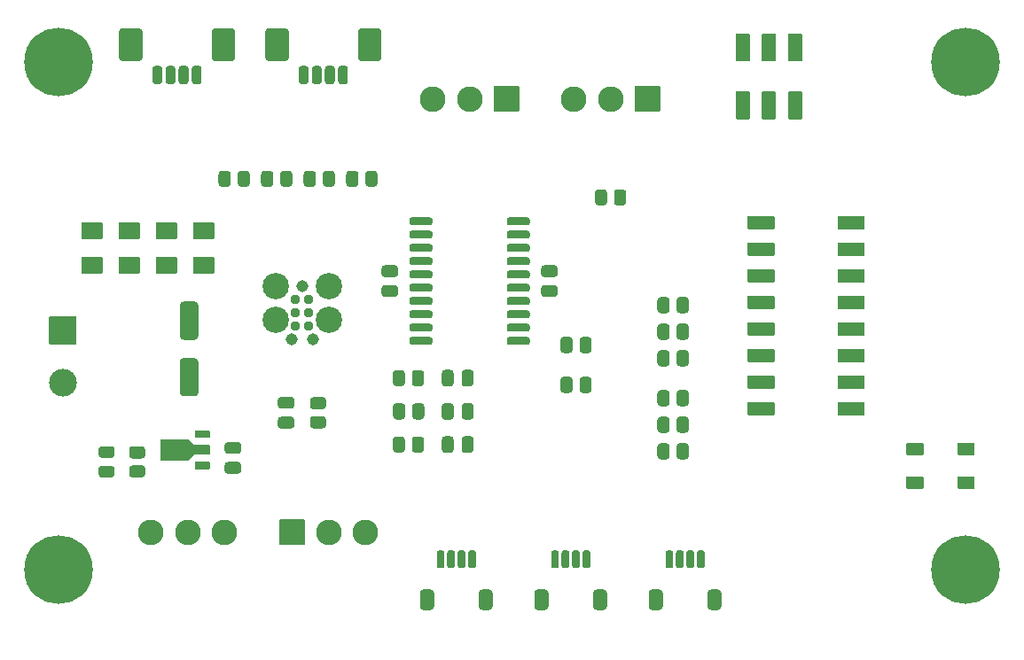
<source format=gts>
G04 #@! TF.GenerationSoftware,KiCad,Pcbnew,6.0.10-86aedd382b~118~ubuntu18.04.1*
G04 #@! TF.CreationDate,2024-08-26T14:20:04-06:00*
G04 #@! TF.ProjectId,ckt-iiab,636b742d-6969-4616-922e-6b696361645f,rev?*
G04 #@! TF.SameCoordinates,Original*
G04 #@! TF.FileFunction,Soldermask,Top*
G04 #@! TF.FilePolarity,Negative*
%FSLAX46Y46*%
G04 Gerber Fmt 4.6, Leading zero omitted, Abs format (unit mm)*
G04 Created by KiCad (PCBNEW 6.0.10-86aedd382b~118~ubuntu18.04.1) date 2024-08-26 14:20:04*
%MOMM*%
%LPD*%
G01*
G04 APERTURE LIST*
%ADD10C,2.452400*%
%ADD11C,6.552400*%
%ADD12C,2.527300*%
%ADD13C,1.143000*%
%ADD14C,0.939800*%
%ADD15C,2.652400*%
G04 APERTURE END LIST*
G36*
G01*
X101760000Y-106169800D02*
X102710000Y-106169800D01*
G75*
G02*
X103036200Y-106496000I0J-326200D01*
G01*
X103036200Y-106996000D01*
G75*
G02*
X102710000Y-107322200I-326200J0D01*
G01*
X101760000Y-107322200D01*
G75*
G02*
X101433800Y-106996000I0J326200D01*
G01*
X101433800Y-106496000D01*
G75*
G02*
X101760000Y-106169800I326200J0D01*
G01*
G37*
G36*
G01*
X101760000Y-108069800D02*
X102710000Y-108069800D01*
G75*
G02*
X103036200Y-108396000I0J-326200D01*
G01*
X103036200Y-108896000D01*
G75*
G02*
X102710000Y-109222200I-326200J0D01*
G01*
X101760000Y-109222200D01*
G75*
G02*
X101433800Y-108896000I0J326200D01*
G01*
X101433800Y-108396000D01*
G75*
G02*
X101760000Y-108069800I326200J0D01*
G01*
G37*
G36*
G01*
X138458800Y-122323000D02*
X138458800Y-121073000D01*
G75*
G02*
X138685000Y-120846800I226200J0D01*
G01*
X138985000Y-120846800D01*
G75*
G02*
X139211200Y-121073000I0J-226200D01*
G01*
X139211200Y-122323000D01*
G75*
G02*
X138985000Y-122549200I-226200J0D01*
G01*
X138685000Y-122549200D01*
G75*
G02*
X138458800Y-122323000I0J226200D01*
G01*
G37*
G36*
G01*
X139458800Y-122323000D02*
X139458800Y-121073000D01*
G75*
G02*
X139685000Y-120846800I226200J0D01*
G01*
X139985000Y-120846800D01*
G75*
G02*
X140211200Y-121073000I0J-226200D01*
G01*
X140211200Y-122323000D01*
G75*
G02*
X139985000Y-122549200I-226200J0D01*
G01*
X139685000Y-122549200D01*
G75*
G02*
X139458800Y-122323000I0J226200D01*
G01*
G37*
G36*
G01*
X140458800Y-122323000D02*
X140458800Y-121073000D01*
G75*
G02*
X140685000Y-120846800I226200J0D01*
G01*
X140985000Y-120846800D01*
G75*
G02*
X141211200Y-121073000I0J-226200D01*
G01*
X141211200Y-122323000D01*
G75*
G02*
X140985000Y-122549200I-226200J0D01*
G01*
X140685000Y-122549200D01*
G75*
G02*
X140458800Y-122323000I0J226200D01*
G01*
G37*
G36*
G01*
X141458800Y-122323000D02*
X141458800Y-121073000D01*
G75*
G02*
X141685000Y-120846800I226200J0D01*
G01*
X141985000Y-120846800D01*
G75*
G02*
X142211200Y-121073000I0J-226200D01*
G01*
X142211200Y-122323000D01*
G75*
G02*
X141985000Y-122549200I-226200J0D01*
G01*
X141685000Y-122549200D01*
G75*
G02*
X141458800Y-122323000I0J226200D01*
G01*
G37*
G36*
G01*
X142458800Y-126223000D02*
X142458800Y-124923000D01*
G75*
G02*
X142785000Y-124596800I326200J0D01*
G01*
X143485000Y-124596800D01*
G75*
G02*
X143811200Y-124923000I0J-326200D01*
G01*
X143811200Y-126223000D01*
G75*
G02*
X143485000Y-126549200I-326200J0D01*
G01*
X142785000Y-126549200D01*
G75*
G02*
X142458800Y-126223000I0J326200D01*
G01*
G37*
G36*
G01*
X136858800Y-126223000D02*
X136858800Y-124923000D01*
G75*
G02*
X137185000Y-124596800I326200J0D01*
G01*
X137885000Y-124596800D01*
G75*
G02*
X138211200Y-124923000I0J-326200D01*
G01*
X138211200Y-126223000D01*
G75*
G02*
X137885000Y-126549200I-326200J0D01*
G01*
X137185000Y-126549200D01*
G75*
G02*
X136858800Y-126223000I0J326200D01*
G01*
G37*
G36*
G01*
X140693200Y-99499000D02*
X140693200Y-100399000D01*
G75*
G02*
X140367000Y-100725200I-326200J0D01*
G01*
X139842000Y-100725200D01*
G75*
G02*
X139515800Y-100399000I0J326200D01*
G01*
X139515800Y-99499000D01*
G75*
G02*
X139842000Y-99172800I326200J0D01*
G01*
X140367000Y-99172800D01*
G75*
G02*
X140693200Y-99499000I0J-326200D01*
G01*
G37*
G36*
G01*
X138868200Y-99499000D02*
X138868200Y-100399000D01*
G75*
G02*
X138542000Y-100725200I-326200J0D01*
G01*
X138017000Y-100725200D01*
G75*
G02*
X137690800Y-100399000I0J326200D01*
G01*
X137690800Y-99499000D01*
G75*
G02*
X138017000Y-99172800I326200J0D01*
G01*
X138542000Y-99172800D01*
G75*
G02*
X138868200Y-99499000I0J-326200D01*
G01*
G37*
G36*
G01*
X98783200Y-84894000D02*
X98783200Y-85794000D01*
G75*
G02*
X98457000Y-86120200I-326200J0D01*
G01*
X97932000Y-86120200D01*
G75*
G02*
X97605800Y-85794000I0J326200D01*
G01*
X97605800Y-84894000D01*
G75*
G02*
X97932000Y-84567800I326200J0D01*
G01*
X98457000Y-84567800D01*
G75*
G02*
X98783200Y-84894000I0J-326200D01*
G01*
G37*
G36*
G01*
X96958200Y-84894000D02*
X96958200Y-85794000D01*
G75*
G02*
X96632000Y-86120200I-326200J0D01*
G01*
X96107000Y-86120200D01*
G75*
G02*
X95780800Y-85794000I0J326200D01*
G01*
X95780800Y-84894000D01*
G75*
G02*
X96107000Y-84567800I326200J0D01*
G01*
X96632000Y-84567800D01*
G75*
G02*
X96958200Y-84894000I0J-326200D01*
G01*
G37*
G36*
G01*
X124487200Y-76574000D02*
X124487200Y-78874000D01*
G75*
G02*
X124411000Y-78950200I-76200J0D01*
G01*
X122111000Y-78950200D01*
G75*
G02*
X122034800Y-78874000I0J76200D01*
G01*
X122034800Y-76574000D01*
G75*
G02*
X122111000Y-76497800I76200J0D01*
G01*
X124411000Y-76497800D01*
G75*
G02*
X124487200Y-76574000I0J-76200D01*
G01*
G37*
D10*
X119761000Y-77724000D03*
X116261000Y-77724000D03*
G36*
G01*
X117091800Y-111219000D02*
X117091800Y-110269000D01*
G75*
G02*
X117418000Y-109942800I326200J0D01*
G01*
X117918000Y-109942800D01*
G75*
G02*
X118244200Y-110269000I0J-326200D01*
G01*
X118244200Y-111219000D01*
G75*
G02*
X117918000Y-111545200I-326200J0D01*
G01*
X117418000Y-111545200D01*
G75*
G02*
X117091800Y-111219000I0J326200D01*
G01*
G37*
G36*
G01*
X118991800Y-111219000D02*
X118991800Y-110269000D01*
G75*
G02*
X119318000Y-109942800I326200J0D01*
G01*
X119818000Y-109942800D01*
G75*
G02*
X120144200Y-110269000I0J-326200D01*
G01*
X120144200Y-111219000D01*
G75*
G02*
X119818000Y-111545200I-326200J0D01*
G01*
X119318000Y-111545200D01*
G75*
G02*
X118991800Y-111219000I0J326200D01*
G01*
G37*
D11*
X167132000Y-122682000D03*
G36*
G01*
X104833000Y-106194800D02*
X105733000Y-106194800D01*
G75*
G02*
X106059200Y-106521000I0J-326200D01*
G01*
X106059200Y-107046000D01*
G75*
G02*
X105733000Y-107372200I-326200J0D01*
G01*
X104833000Y-107372200D01*
G75*
G02*
X104506800Y-107046000I0J326200D01*
G01*
X104506800Y-106521000D01*
G75*
G02*
X104833000Y-106194800I326200J0D01*
G01*
G37*
G36*
G01*
X104833000Y-108019800D02*
X105733000Y-108019800D01*
G75*
G02*
X106059200Y-108346000I0J-326200D01*
G01*
X106059200Y-108871000D01*
G75*
G02*
X105733000Y-109197200I-326200J0D01*
G01*
X104833000Y-109197200D01*
G75*
G02*
X104506800Y-108871000I0J326200D01*
G01*
X104506800Y-108346000D01*
G75*
G02*
X104833000Y-108019800I326200J0D01*
G01*
G37*
G36*
G01*
X115443700Y-107119000D02*
X115443700Y-108019000D01*
G75*
G02*
X115117500Y-108345200I-326200J0D01*
G01*
X114592500Y-108345200D01*
G75*
G02*
X114266300Y-108019000I0J326200D01*
G01*
X114266300Y-107119000D01*
G75*
G02*
X114592500Y-106792800I326200J0D01*
G01*
X115117500Y-106792800D01*
G75*
G02*
X115443700Y-107119000I0J-326200D01*
G01*
G37*
G36*
G01*
X113618700Y-107119000D02*
X113618700Y-108019000D01*
G75*
G02*
X113292500Y-108345200I-326200J0D01*
G01*
X112767500Y-108345200D01*
G75*
G02*
X112441300Y-108019000I0J326200D01*
G01*
X112441300Y-107119000D01*
G75*
G02*
X112767500Y-106792800I326200J0D01*
G01*
X113292500Y-106792800D01*
G75*
G02*
X113618700Y-107119000I0J-326200D01*
G01*
G37*
X167132000Y-74168000D03*
G36*
G01*
X106911200Y-84894000D02*
X106911200Y-85794000D01*
G75*
G02*
X106585000Y-86120200I-326200J0D01*
G01*
X106060000Y-86120200D01*
G75*
G02*
X105733800Y-85794000I0J326200D01*
G01*
X105733800Y-84894000D01*
G75*
G02*
X106060000Y-84567800I326200J0D01*
G01*
X106585000Y-84567800D01*
G75*
G02*
X106911200Y-84894000I0J-326200D01*
G01*
G37*
G36*
G01*
X105086200Y-84894000D02*
X105086200Y-85794000D01*
G75*
G02*
X104760000Y-86120200I-326200J0D01*
G01*
X104235000Y-86120200D01*
G75*
G02*
X103908800Y-85794000I0J326200D01*
G01*
X103908800Y-84894000D01*
G75*
G02*
X104235000Y-84567800I326200J0D01*
G01*
X104760000Y-84567800D01*
G75*
G02*
X105086200Y-84894000I0J-326200D01*
G01*
G37*
G36*
G01*
X88199000Y-94374200D02*
X86299000Y-94374200D01*
G75*
G02*
X86222800Y-94298000I0J76200D01*
G01*
X86222800Y-92898000D01*
G75*
G02*
X86299000Y-92821800I76200J0D01*
G01*
X88199000Y-92821800D01*
G75*
G02*
X88275200Y-92898000I0J-76200D01*
G01*
X88275200Y-94298000D01*
G75*
G02*
X88199000Y-94374200I-76200J0D01*
G01*
G37*
G36*
G01*
X88199000Y-91074200D02*
X86299000Y-91074200D01*
G75*
G02*
X86222800Y-90998000I0J76200D01*
G01*
X86222800Y-89598000D01*
G75*
G02*
X86299000Y-89521800I76200J0D01*
G01*
X88199000Y-89521800D01*
G75*
G02*
X88275200Y-89598000I0J-76200D01*
G01*
X88275200Y-90998000D01*
G75*
G02*
X88199000Y-91074200I-76200J0D01*
G01*
G37*
G36*
G01*
X140693200Y-102039000D02*
X140693200Y-102939000D01*
G75*
G02*
X140367000Y-103265200I-326200J0D01*
G01*
X139842000Y-103265200D01*
G75*
G02*
X139515800Y-102939000I0J326200D01*
G01*
X139515800Y-102039000D01*
G75*
G02*
X139842000Y-101712800I326200J0D01*
G01*
X140367000Y-101712800D01*
G75*
G02*
X140693200Y-102039000I0J-326200D01*
G01*
G37*
G36*
G01*
X138868200Y-102039000D02*
X138868200Y-102939000D01*
G75*
G02*
X138542000Y-103265200I-326200J0D01*
G01*
X138017000Y-103265200D01*
G75*
G02*
X137690800Y-102939000I0J326200D01*
G01*
X137690800Y-102039000D01*
G75*
G02*
X138017000Y-101712800I326200J0D01*
G01*
X138542000Y-101712800D01*
G75*
G02*
X138868200Y-102039000I0J-326200D01*
G01*
G37*
G36*
G01*
X127856000Y-96649200D02*
X126906000Y-96649200D01*
G75*
G02*
X126579800Y-96323000I0J326200D01*
G01*
X126579800Y-95823000D01*
G75*
G02*
X126906000Y-95496800I326200J0D01*
G01*
X127856000Y-95496800D01*
G75*
G02*
X128182200Y-95823000I0J-326200D01*
G01*
X128182200Y-96323000D01*
G75*
G02*
X127856000Y-96649200I-326200J0D01*
G01*
G37*
G36*
G01*
X127856000Y-94749200D02*
X126906000Y-94749200D01*
G75*
G02*
X126579800Y-94423000I0J326200D01*
G01*
X126579800Y-93923000D01*
G75*
G02*
X126906000Y-93596800I326200J0D01*
G01*
X127856000Y-93596800D01*
G75*
G02*
X128182200Y-93923000I0J-326200D01*
G01*
X128182200Y-94423000D01*
G75*
G02*
X127856000Y-94749200I-326200J0D01*
G01*
G37*
G36*
G01*
X93514000Y-106126200D02*
X92414000Y-106126200D01*
G75*
G02*
X92087800Y-105800000I0J326200D01*
G01*
X92087800Y-102800000D01*
G75*
G02*
X92414000Y-102473800I326200J0D01*
G01*
X93514000Y-102473800D01*
G75*
G02*
X93840200Y-102800000I0J-326200D01*
G01*
X93840200Y-105800000D01*
G75*
G02*
X93514000Y-106126200I-326200J0D01*
G01*
G37*
G36*
G01*
X93514000Y-100726200D02*
X92414000Y-100726200D01*
G75*
G02*
X92087800Y-100400000I0J326200D01*
G01*
X92087800Y-97400000D01*
G75*
G02*
X92414000Y-97073800I326200J0D01*
G01*
X93514000Y-97073800D01*
G75*
G02*
X93840200Y-97400000I0J-326200D01*
G01*
X93840200Y-100400000D01*
G75*
G02*
X93514000Y-100726200I-326200J0D01*
G01*
G37*
G36*
G01*
X131422200Y-100769000D02*
X131422200Y-101669000D01*
G75*
G02*
X131096000Y-101995200I-326200J0D01*
G01*
X130571000Y-101995200D01*
G75*
G02*
X130244800Y-101669000I0J326200D01*
G01*
X130244800Y-100769000D01*
G75*
G02*
X130571000Y-100442800I326200J0D01*
G01*
X131096000Y-100442800D01*
G75*
G02*
X131422200Y-100769000I0J-326200D01*
G01*
G37*
G36*
G01*
X129597200Y-100769000D02*
X129597200Y-101669000D01*
G75*
G02*
X129271000Y-101995200I-326200J0D01*
G01*
X128746000Y-101995200D01*
G75*
G02*
X128419800Y-101669000I0J326200D01*
G01*
X128419800Y-100769000D01*
G75*
G02*
X128746000Y-100442800I326200J0D01*
G01*
X129271000Y-100442800D01*
G75*
G02*
X129597200Y-100769000I0J-326200D01*
G01*
G37*
G36*
G01*
X116614800Y-122323000D02*
X116614800Y-121073000D01*
G75*
G02*
X116841000Y-120846800I226200J0D01*
G01*
X117141000Y-120846800D01*
G75*
G02*
X117367200Y-121073000I0J-226200D01*
G01*
X117367200Y-122323000D01*
G75*
G02*
X117141000Y-122549200I-226200J0D01*
G01*
X116841000Y-122549200D01*
G75*
G02*
X116614800Y-122323000I0J226200D01*
G01*
G37*
G36*
G01*
X117614800Y-122323000D02*
X117614800Y-121073000D01*
G75*
G02*
X117841000Y-120846800I226200J0D01*
G01*
X118141000Y-120846800D01*
G75*
G02*
X118367200Y-121073000I0J-226200D01*
G01*
X118367200Y-122323000D01*
G75*
G02*
X118141000Y-122549200I-226200J0D01*
G01*
X117841000Y-122549200D01*
G75*
G02*
X117614800Y-122323000I0J226200D01*
G01*
G37*
G36*
G01*
X118614800Y-122323000D02*
X118614800Y-121073000D01*
G75*
G02*
X118841000Y-120846800I226200J0D01*
G01*
X119141000Y-120846800D01*
G75*
G02*
X119367200Y-121073000I0J-226200D01*
G01*
X119367200Y-122323000D01*
G75*
G02*
X119141000Y-122549200I-226200J0D01*
G01*
X118841000Y-122549200D01*
G75*
G02*
X118614800Y-122323000I0J226200D01*
G01*
G37*
G36*
G01*
X119614800Y-122323000D02*
X119614800Y-121073000D01*
G75*
G02*
X119841000Y-120846800I226200J0D01*
G01*
X120141000Y-120846800D01*
G75*
G02*
X120367200Y-121073000I0J-226200D01*
G01*
X120367200Y-122323000D01*
G75*
G02*
X120141000Y-122549200I-226200J0D01*
G01*
X119841000Y-122549200D01*
G75*
G02*
X119614800Y-122323000I0J226200D01*
G01*
G37*
G36*
G01*
X115014800Y-126223000D02*
X115014800Y-124923000D01*
G75*
G02*
X115341000Y-124596800I326200J0D01*
G01*
X116041000Y-124596800D01*
G75*
G02*
X116367200Y-124923000I0J-326200D01*
G01*
X116367200Y-126223000D01*
G75*
G02*
X116041000Y-126549200I-326200J0D01*
G01*
X115341000Y-126549200D01*
G75*
G02*
X115014800Y-126223000I0J326200D01*
G01*
G37*
G36*
G01*
X120614800Y-126223000D02*
X120614800Y-124923000D01*
G75*
G02*
X120941000Y-124596800I326200J0D01*
G01*
X121641000Y-124596800D01*
G75*
G02*
X121967200Y-124923000I0J-326200D01*
G01*
X121967200Y-126223000D01*
G75*
G02*
X121641000Y-126549200I-326200J0D01*
G01*
X120941000Y-126549200D01*
G75*
G02*
X120614800Y-126223000I0J326200D01*
G01*
G37*
G36*
G01*
X134724200Y-86672000D02*
X134724200Y-87572000D01*
G75*
G02*
X134398000Y-87898200I-326200J0D01*
G01*
X133873000Y-87898200D01*
G75*
G02*
X133546800Y-87572000I0J326200D01*
G01*
X133546800Y-86672000D01*
G75*
G02*
X133873000Y-86345800I326200J0D01*
G01*
X134398000Y-86345800D01*
G75*
G02*
X134724200Y-86672000I0J-326200D01*
G01*
G37*
G36*
G01*
X132899200Y-86672000D02*
X132899200Y-87572000D01*
G75*
G02*
X132573000Y-87898200I-326200J0D01*
G01*
X132048000Y-87898200D01*
G75*
G02*
X131721800Y-87572000I0J326200D01*
G01*
X131721800Y-86672000D01*
G75*
G02*
X132048000Y-86345800I326200J0D01*
G01*
X132573000Y-86345800D01*
G75*
G02*
X132899200Y-86672000I0J-326200D01*
G01*
G37*
G36*
G01*
X115420200Y-103944000D02*
X115420200Y-104844000D01*
G75*
G02*
X115094000Y-105170200I-326200J0D01*
G01*
X114569000Y-105170200D01*
G75*
G02*
X114242800Y-104844000I0J326200D01*
G01*
X114242800Y-103944000D01*
G75*
G02*
X114569000Y-103617800I326200J0D01*
G01*
X115094000Y-103617800D01*
G75*
G02*
X115420200Y-103944000I0J-326200D01*
G01*
G37*
G36*
G01*
X113595200Y-103944000D02*
X113595200Y-104844000D01*
G75*
G02*
X113269000Y-105170200I-326200J0D01*
G01*
X112744000Y-105170200D01*
G75*
G02*
X112417800Y-104844000I0J326200D01*
G01*
X112417800Y-103944000D01*
G75*
G02*
X112744000Y-103617800I326200J0D01*
G01*
X113269000Y-103617800D01*
G75*
G02*
X113595200Y-103944000I0J-326200D01*
G01*
G37*
X80518000Y-122682000D03*
G36*
G01*
X110975200Y-84894000D02*
X110975200Y-85794000D01*
G75*
G02*
X110649000Y-86120200I-326200J0D01*
G01*
X110124000Y-86120200D01*
G75*
G02*
X109797800Y-85794000I0J326200D01*
G01*
X109797800Y-84894000D01*
G75*
G02*
X110124000Y-84567800I326200J0D01*
G01*
X110649000Y-84567800D01*
G75*
G02*
X110975200Y-84894000I0J-326200D01*
G01*
G37*
G36*
G01*
X109150200Y-84894000D02*
X109150200Y-85794000D01*
G75*
G02*
X108824000Y-86120200I-326200J0D01*
G01*
X108299000Y-86120200D01*
G75*
G02*
X107972800Y-85794000I0J326200D01*
G01*
X107972800Y-84894000D01*
G75*
G02*
X108299000Y-84567800I326200J0D01*
G01*
X108824000Y-84567800D01*
G75*
G02*
X109150200Y-84894000I0J-326200D01*
G01*
G37*
X80518000Y-74168000D03*
G36*
G01*
X93411000Y-89521800D02*
X95311000Y-89521800D01*
G75*
G02*
X95387200Y-89598000I0J-76200D01*
G01*
X95387200Y-90998000D01*
G75*
G02*
X95311000Y-91074200I-76200J0D01*
G01*
X93411000Y-91074200D01*
G75*
G02*
X93334800Y-90998000I0J76200D01*
G01*
X93334800Y-89598000D01*
G75*
G02*
X93411000Y-89521800I76200J0D01*
G01*
G37*
G36*
G01*
X93411000Y-92821800D02*
X95311000Y-92821800D01*
G75*
G02*
X95387200Y-92898000I0J-76200D01*
G01*
X95387200Y-94298000D01*
G75*
G02*
X95311000Y-94374200I-76200J0D01*
G01*
X93411000Y-94374200D01*
G75*
G02*
X93334800Y-94298000I0J76200D01*
G01*
X93334800Y-92898000D01*
G75*
G02*
X93411000Y-92821800I76200J0D01*
G01*
G37*
G36*
G01*
X82743000Y-89521800D02*
X84643000Y-89521800D01*
G75*
G02*
X84719200Y-89598000I0J-76200D01*
G01*
X84719200Y-90998000D01*
G75*
G02*
X84643000Y-91074200I-76200J0D01*
G01*
X82743000Y-91074200D01*
G75*
G02*
X82666800Y-90998000I0J76200D01*
G01*
X82666800Y-89598000D01*
G75*
G02*
X82743000Y-89521800I76200J0D01*
G01*
G37*
G36*
G01*
X82743000Y-92821800D02*
X84643000Y-92821800D01*
G75*
G02*
X84719200Y-92898000I0J-76200D01*
G01*
X84719200Y-94298000D01*
G75*
G02*
X84643000Y-94374200I-76200J0D01*
G01*
X82743000Y-94374200D01*
G75*
G02*
X82666800Y-94298000I0J76200D01*
G01*
X82666800Y-92898000D01*
G75*
G02*
X82743000Y-92821800I76200J0D01*
G01*
G37*
G36*
G01*
X157493200Y-106755000D02*
X157493200Y-107875000D01*
G75*
G02*
X157417000Y-107951200I-76200J0D01*
G01*
X154977000Y-107951200D01*
G75*
G02*
X154900800Y-107875000I0J76200D01*
G01*
X154900800Y-106755000D01*
G75*
G02*
X154977000Y-106678800I76200J0D01*
G01*
X157417000Y-106678800D01*
G75*
G02*
X157493200Y-106755000I0J-76200D01*
G01*
G37*
G36*
G01*
X157493200Y-104215000D02*
X157493200Y-105335000D01*
G75*
G02*
X157417000Y-105411200I-76200J0D01*
G01*
X154977000Y-105411200D01*
G75*
G02*
X154900800Y-105335000I0J76200D01*
G01*
X154900800Y-104215000D01*
G75*
G02*
X154977000Y-104138800I76200J0D01*
G01*
X157417000Y-104138800D01*
G75*
G02*
X157493200Y-104215000I0J-76200D01*
G01*
G37*
G36*
G01*
X157493200Y-101675000D02*
X157493200Y-102795000D01*
G75*
G02*
X157417000Y-102871200I-76200J0D01*
G01*
X154977000Y-102871200D01*
G75*
G02*
X154900800Y-102795000I0J76200D01*
G01*
X154900800Y-101675000D01*
G75*
G02*
X154977000Y-101598800I76200J0D01*
G01*
X157417000Y-101598800D01*
G75*
G02*
X157493200Y-101675000I0J-76200D01*
G01*
G37*
G36*
G01*
X157493200Y-99135000D02*
X157493200Y-100255000D01*
G75*
G02*
X157417000Y-100331200I-76200J0D01*
G01*
X154977000Y-100331200D01*
G75*
G02*
X154900800Y-100255000I0J76200D01*
G01*
X154900800Y-99135000D01*
G75*
G02*
X154977000Y-99058800I76200J0D01*
G01*
X157417000Y-99058800D01*
G75*
G02*
X157493200Y-99135000I0J-76200D01*
G01*
G37*
G36*
G01*
X157493200Y-96595000D02*
X157493200Y-97715000D01*
G75*
G02*
X157417000Y-97791200I-76200J0D01*
G01*
X154977000Y-97791200D01*
G75*
G02*
X154900800Y-97715000I0J76200D01*
G01*
X154900800Y-96595000D01*
G75*
G02*
X154977000Y-96518800I76200J0D01*
G01*
X157417000Y-96518800D01*
G75*
G02*
X157493200Y-96595000I0J-76200D01*
G01*
G37*
G36*
G01*
X157493200Y-94055000D02*
X157493200Y-95175000D01*
G75*
G02*
X157417000Y-95251200I-76200J0D01*
G01*
X154977000Y-95251200D01*
G75*
G02*
X154900800Y-95175000I0J76200D01*
G01*
X154900800Y-94055000D01*
G75*
G02*
X154977000Y-93978800I76200J0D01*
G01*
X157417000Y-93978800D01*
G75*
G02*
X157493200Y-94055000I0J-76200D01*
G01*
G37*
G36*
G01*
X157493200Y-91515000D02*
X157493200Y-92635000D01*
G75*
G02*
X157417000Y-92711200I-76200J0D01*
G01*
X154977000Y-92711200D01*
G75*
G02*
X154900800Y-92635000I0J76200D01*
G01*
X154900800Y-91515000D01*
G75*
G02*
X154977000Y-91438800I76200J0D01*
G01*
X157417000Y-91438800D01*
G75*
G02*
X157493200Y-91515000I0J-76200D01*
G01*
G37*
G36*
G01*
X157493200Y-88975000D02*
X157493200Y-90095000D01*
G75*
G02*
X157417000Y-90171200I-76200J0D01*
G01*
X154977000Y-90171200D01*
G75*
G02*
X154900800Y-90095000I0J76200D01*
G01*
X154900800Y-88975000D01*
G75*
G02*
X154977000Y-88898800I76200J0D01*
G01*
X157417000Y-88898800D01*
G75*
G02*
X157493200Y-88975000I0J-76200D01*
G01*
G37*
G36*
G01*
X148883200Y-88975000D02*
X148883200Y-90095000D01*
G75*
G02*
X148807000Y-90171200I-76200J0D01*
G01*
X146367000Y-90171200D01*
G75*
G02*
X146290800Y-90095000I0J76200D01*
G01*
X146290800Y-88975000D01*
G75*
G02*
X146367000Y-88898800I76200J0D01*
G01*
X148807000Y-88898800D01*
G75*
G02*
X148883200Y-88975000I0J-76200D01*
G01*
G37*
G36*
G01*
X148883200Y-91515000D02*
X148883200Y-92635000D01*
G75*
G02*
X148807000Y-92711200I-76200J0D01*
G01*
X146367000Y-92711200D01*
G75*
G02*
X146290800Y-92635000I0J76200D01*
G01*
X146290800Y-91515000D01*
G75*
G02*
X146367000Y-91438800I76200J0D01*
G01*
X148807000Y-91438800D01*
G75*
G02*
X148883200Y-91515000I0J-76200D01*
G01*
G37*
G36*
G01*
X148883200Y-94055000D02*
X148883200Y-95175000D01*
G75*
G02*
X148807000Y-95251200I-76200J0D01*
G01*
X146367000Y-95251200D01*
G75*
G02*
X146290800Y-95175000I0J76200D01*
G01*
X146290800Y-94055000D01*
G75*
G02*
X146367000Y-93978800I76200J0D01*
G01*
X148807000Y-93978800D01*
G75*
G02*
X148883200Y-94055000I0J-76200D01*
G01*
G37*
G36*
G01*
X148883200Y-96595000D02*
X148883200Y-97715000D01*
G75*
G02*
X148807000Y-97791200I-76200J0D01*
G01*
X146367000Y-97791200D01*
G75*
G02*
X146290800Y-97715000I0J76200D01*
G01*
X146290800Y-96595000D01*
G75*
G02*
X146367000Y-96518800I76200J0D01*
G01*
X148807000Y-96518800D01*
G75*
G02*
X148883200Y-96595000I0J-76200D01*
G01*
G37*
G36*
G01*
X148883200Y-99135000D02*
X148883200Y-100255000D01*
G75*
G02*
X148807000Y-100331200I-76200J0D01*
G01*
X146367000Y-100331200D01*
G75*
G02*
X146290800Y-100255000I0J76200D01*
G01*
X146290800Y-99135000D01*
G75*
G02*
X146367000Y-99058800I76200J0D01*
G01*
X148807000Y-99058800D01*
G75*
G02*
X148883200Y-99135000I0J-76200D01*
G01*
G37*
G36*
G01*
X148883200Y-101675000D02*
X148883200Y-102795000D01*
G75*
G02*
X148807000Y-102871200I-76200J0D01*
G01*
X146367000Y-102871200D01*
G75*
G02*
X146290800Y-102795000I0J76200D01*
G01*
X146290800Y-101675000D01*
G75*
G02*
X146367000Y-101598800I76200J0D01*
G01*
X148807000Y-101598800D01*
G75*
G02*
X148883200Y-101675000I0J-76200D01*
G01*
G37*
G36*
G01*
X148883200Y-104215000D02*
X148883200Y-105335000D01*
G75*
G02*
X148807000Y-105411200I-76200J0D01*
G01*
X146367000Y-105411200D01*
G75*
G02*
X146290800Y-105335000I0J76200D01*
G01*
X146290800Y-104215000D01*
G75*
G02*
X146367000Y-104138800I76200J0D01*
G01*
X148807000Y-104138800D01*
G75*
G02*
X148883200Y-104215000I0J-76200D01*
G01*
G37*
G36*
G01*
X148883200Y-106755000D02*
X148883200Y-107875000D01*
G75*
G02*
X148807000Y-107951200I-76200J0D01*
G01*
X146367000Y-107951200D01*
G75*
G02*
X146290800Y-107875000I0J76200D01*
G01*
X146290800Y-106755000D01*
G75*
G02*
X146367000Y-106678800I76200J0D01*
G01*
X148807000Y-106678800D01*
G75*
G02*
X148883200Y-106755000I0J-76200D01*
G01*
G37*
G36*
G01*
X117091800Y-104869000D02*
X117091800Y-103919000D01*
G75*
G02*
X117418000Y-103592800I326200J0D01*
G01*
X117918000Y-103592800D01*
G75*
G02*
X118244200Y-103919000I0J-326200D01*
G01*
X118244200Y-104869000D01*
G75*
G02*
X117918000Y-105195200I-326200J0D01*
G01*
X117418000Y-105195200D01*
G75*
G02*
X117091800Y-104869000I0J326200D01*
G01*
G37*
G36*
G01*
X118991800Y-104869000D02*
X118991800Y-103919000D01*
G75*
G02*
X119318000Y-103592800I326200J0D01*
G01*
X119818000Y-103592800D01*
G75*
G02*
X120144200Y-103919000I0J-326200D01*
G01*
X120144200Y-104869000D01*
G75*
G02*
X119818000Y-105195200I-326200J0D01*
G01*
X119318000Y-105195200D01*
G75*
G02*
X118991800Y-104869000I0J326200D01*
G01*
G37*
G36*
G01*
X84633750Y-110893800D02*
X85546250Y-110893800D01*
G75*
G02*
X85866200Y-111213750I0J-319950D01*
G01*
X85866200Y-111701250D01*
G75*
G02*
X85546250Y-112021200I-319950J0D01*
G01*
X84633750Y-112021200D01*
G75*
G02*
X84313800Y-111701250I0J319950D01*
G01*
X84313800Y-111213750D01*
G75*
G02*
X84633750Y-110893800I319950J0D01*
G01*
G37*
G36*
G01*
X84633750Y-112768800D02*
X85546250Y-112768800D01*
G75*
G02*
X85866200Y-113088750I0J-319950D01*
G01*
X85866200Y-113576250D01*
G75*
G02*
X85546250Y-113896200I-319950J0D01*
G01*
X84633750Y-113896200D01*
G75*
G02*
X84313800Y-113576250I0J319950D01*
G01*
X84313800Y-113088750D01*
G75*
G02*
X84633750Y-112768800I319950J0D01*
G01*
G37*
G36*
G01*
X102847200Y-84894000D02*
X102847200Y-85794000D01*
G75*
G02*
X102521000Y-86120200I-326200J0D01*
G01*
X101996000Y-86120200D01*
G75*
G02*
X101669800Y-85794000I0J326200D01*
G01*
X101669800Y-84894000D01*
G75*
G02*
X101996000Y-84567800I326200J0D01*
G01*
X102521000Y-84567800D01*
G75*
G02*
X102847200Y-84894000I0J-326200D01*
G01*
G37*
G36*
G01*
X101022200Y-84894000D02*
X101022200Y-85794000D01*
G75*
G02*
X100696000Y-86120200I-326200J0D01*
G01*
X100171000Y-86120200D01*
G75*
G02*
X99844800Y-85794000I0J326200D01*
G01*
X99844800Y-84894000D01*
G75*
G02*
X100171000Y-84567800I326200J0D01*
G01*
X100696000Y-84567800D01*
G75*
G02*
X101022200Y-84894000I0J-326200D01*
G01*
G37*
D12*
X101219000Y-95627000D03*
X106299000Y-98802000D03*
X101219000Y-98802000D03*
D13*
X104775000Y-100707000D03*
X103759000Y-95627000D03*
X102743000Y-100707000D03*
D12*
X106299000Y-95627000D03*
D14*
X103124000Y-96897000D03*
X104394000Y-96897000D03*
X103124000Y-98167000D03*
X104394000Y-98167000D03*
X103124000Y-99437000D03*
X104394000Y-99437000D03*
G36*
G01*
X140693200Y-108389000D02*
X140693200Y-109289000D01*
G75*
G02*
X140367000Y-109615200I-326200J0D01*
G01*
X139842000Y-109615200D01*
G75*
G02*
X139515800Y-109289000I0J326200D01*
G01*
X139515800Y-108389000D01*
G75*
G02*
X139842000Y-108062800I326200J0D01*
G01*
X140367000Y-108062800D01*
G75*
G02*
X140693200Y-108389000I0J-326200D01*
G01*
G37*
G36*
G01*
X138868200Y-108389000D02*
X138868200Y-109289000D01*
G75*
G02*
X138542000Y-109615200I-326200J0D01*
G01*
X138017000Y-109615200D01*
G75*
G02*
X137690800Y-109289000I0J326200D01*
G01*
X137690800Y-108389000D01*
G75*
G02*
X138017000Y-108062800I326200J0D01*
G01*
X138542000Y-108062800D01*
G75*
G02*
X138868200Y-108389000I0J-326200D01*
G01*
G37*
G36*
G01*
X79649000Y-98495800D02*
X82149000Y-98495800D01*
G75*
G02*
X82225200Y-98572000I0J-76200D01*
G01*
X82225200Y-101072000D01*
G75*
G02*
X82149000Y-101148200I-76200J0D01*
G01*
X79649000Y-101148200D01*
G75*
G02*
X79572800Y-101072000I0J76200D01*
G01*
X79572800Y-98572000D01*
G75*
G02*
X79649000Y-98495800I76200J0D01*
G01*
G37*
D15*
X80899000Y-104822000D03*
G36*
G01*
X140693200Y-96959000D02*
X140693200Y-97859000D01*
G75*
G02*
X140367000Y-98185200I-326200J0D01*
G01*
X139842000Y-98185200D01*
G75*
G02*
X139515800Y-97859000I0J326200D01*
G01*
X139515800Y-96959000D01*
G75*
G02*
X139842000Y-96632800I326200J0D01*
G01*
X140367000Y-96632800D01*
G75*
G02*
X140693200Y-96959000I0J-326200D01*
G01*
G37*
G36*
G01*
X138868200Y-96959000D02*
X138868200Y-97859000D01*
G75*
G02*
X138542000Y-98185200I-326200J0D01*
G01*
X138017000Y-98185200D01*
G75*
G02*
X137690800Y-97859000I0J326200D01*
G01*
X137690800Y-96959000D01*
G75*
G02*
X138017000Y-96632800I326200J0D01*
G01*
X138542000Y-96632800D01*
G75*
G02*
X138868200Y-96959000I0J-326200D01*
G01*
G37*
G36*
G01*
X131422200Y-104579000D02*
X131422200Y-105479000D01*
G75*
G02*
X131096000Y-105805200I-326200J0D01*
G01*
X130571000Y-105805200D01*
G75*
G02*
X130244800Y-105479000I0J326200D01*
G01*
X130244800Y-104579000D01*
G75*
G02*
X130571000Y-104252800I326200J0D01*
G01*
X131096000Y-104252800D01*
G75*
G02*
X131422200Y-104579000I0J-326200D01*
G01*
G37*
G36*
G01*
X129597200Y-104579000D02*
X129597200Y-105479000D01*
G75*
G02*
X129271000Y-105805200I-326200J0D01*
G01*
X128746000Y-105805200D01*
G75*
G02*
X128419800Y-105479000I0J326200D01*
G01*
X128419800Y-104579000D01*
G75*
G02*
X128746000Y-104252800I326200J0D01*
G01*
X129271000Y-104252800D01*
G75*
G02*
X129597200Y-104579000I0J-326200D01*
G01*
G37*
G36*
G01*
X114009800Y-89558000D02*
X114009800Y-89258000D01*
G75*
G02*
X114236000Y-89031800I226200J0D01*
G01*
X115986000Y-89031800D01*
G75*
G02*
X116212200Y-89258000I0J-226200D01*
G01*
X116212200Y-89558000D01*
G75*
G02*
X115986000Y-89784200I-226200J0D01*
G01*
X114236000Y-89784200D01*
G75*
G02*
X114009800Y-89558000I0J226200D01*
G01*
G37*
G36*
G01*
X114009800Y-90828000D02*
X114009800Y-90528000D01*
G75*
G02*
X114236000Y-90301800I226200J0D01*
G01*
X115986000Y-90301800D01*
G75*
G02*
X116212200Y-90528000I0J-226200D01*
G01*
X116212200Y-90828000D01*
G75*
G02*
X115986000Y-91054200I-226200J0D01*
G01*
X114236000Y-91054200D01*
G75*
G02*
X114009800Y-90828000I0J226200D01*
G01*
G37*
G36*
G01*
X114009800Y-92098000D02*
X114009800Y-91798000D01*
G75*
G02*
X114236000Y-91571800I226200J0D01*
G01*
X115986000Y-91571800D01*
G75*
G02*
X116212200Y-91798000I0J-226200D01*
G01*
X116212200Y-92098000D01*
G75*
G02*
X115986000Y-92324200I-226200J0D01*
G01*
X114236000Y-92324200D01*
G75*
G02*
X114009800Y-92098000I0J226200D01*
G01*
G37*
G36*
G01*
X114009800Y-93368000D02*
X114009800Y-93068000D01*
G75*
G02*
X114236000Y-92841800I226200J0D01*
G01*
X115986000Y-92841800D01*
G75*
G02*
X116212200Y-93068000I0J-226200D01*
G01*
X116212200Y-93368000D01*
G75*
G02*
X115986000Y-93594200I-226200J0D01*
G01*
X114236000Y-93594200D01*
G75*
G02*
X114009800Y-93368000I0J226200D01*
G01*
G37*
G36*
G01*
X114009800Y-94638000D02*
X114009800Y-94338000D01*
G75*
G02*
X114236000Y-94111800I226200J0D01*
G01*
X115986000Y-94111800D01*
G75*
G02*
X116212200Y-94338000I0J-226200D01*
G01*
X116212200Y-94638000D01*
G75*
G02*
X115986000Y-94864200I-226200J0D01*
G01*
X114236000Y-94864200D01*
G75*
G02*
X114009800Y-94638000I0J226200D01*
G01*
G37*
G36*
G01*
X114009800Y-95908000D02*
X114009800Y-95608000D01*
G75*
G02*
X114236000Y-95381800I226200J0D01*
G01*
X115986000Y-95381800D01*
G75*
G02*
X116212200Y-95608000I0J-226200D01*
G01*
X116212200Y-95908000D01*
G75*
G02*
X115986000Y-96134200I-226200J0D01*
G01*
X114236000Y-96134200D01*
G75*
G02*
X114009800Y-95908000I0J226200D01*
G01*
G37*
G36*
G01*
X114009800Y-97178000D02*
X114009800Y-96878000D01*
G75*
G02*
X114236000Y-96651800I226200J0D01*
G01*
X115986000Y-96651800D01*
G75*
G02*
X116212200Y-96878000I0J-226200D01*
G01*
X116212200Y-97178000D01*
G75*
G02*
X115986000Y-97404200I-226200J0D01*
G01*
X114236000Y-97404200D01*
G75*
G02*
X114009800Y-97178000I0J226200D01*
G01*
G37*
G36*
G01*
X114009800Y-98448000D02*
X114009800Y-98148000D01*
G75*
G02*
X114236000Y-97921800I226200J0D01*
G01*
X115986000Y-97921800D01*
G75*
G02*
X116212200Y-98148000I0J-226200D01*
G01*
X116212200Y-98448000D01*
G75*
G02*
X115986000Y-98674200I-226200J0D01*
G01*
X114236000Y-98674200D01*
G75*
G02*
X114009800Y-98448000I0J226200D01*
G01*
G37*
G36*
G01*
X114009800Y-99718000D02*
X114009800Y-99418000D01*
G75*
G02*
X114236000Y-99191800I226200J0D01*
G01*
X115986000Y-99191800D01*
G75*
G02*
X116212200Y-99418000I0J-226200D01*
G01*
X116212200Y-99718000D01*
G75*
G02*
X115986000Y-99944200I-226200J0D01*
G01*
X114236000Y-99944200D01*
G75*
G02*
X114009800Y-99718000I0J226200D01*
G01*
G37*
G36*
G01*
X114009800Y-100988000D02*
X114009800Y-100688000D01*
G75*
G02*
X114236000Y-100461800I226200J0D01*
G01*
X115986000Y-100461800D01*
G75*
G02*
X116212200Y-100688000I0J-226200D01*
G01*
X116212200Y-100988000D01*
G75*
G02*
X115986000Y-101214200I-226200J0D01*
G01*
X114236000Y-101214200D01*
G75*
G02*
X114009800Y-100988000I0J226200D01*
G01*
G37*
G36*
G01*
X123309800Y-100988000D02*
X123309800Y-100688000D01*
G75*
G02*
X123536000Y-100461800I226200J0D01*
G01*
X125286000Y-100461800D01*
G75*
G02*
X125512200Y-100688000I0J-226200D01*
G01*
X125512200Y-100988000D01*
G75*
G02*
X125286000Y-101214200I-226200J0D01*
G01*
X123536000Y-101214200D01*
G75*
G02*
X123309800Y-100988000I0J226200D01*
G01*
G37*
G36*
G01*
X123309800Y-99718000D02*
X123309800Y-99418000D01*
G75*
G02*
X123536000Y-99191800I226200J0D01*
G01*
X125286000Y-99191800D01*
G75*
G02*
X125512200Y-99418000I0J-226200D01*
G01*
X125512200Y-99718000D01*
G75*
G02*
X125286000Y-99944200I-226200J0D01*
G01*
X123536000Y-99944200D01*
G75*
G02*
X123309800Y-99718000I0J226200D01*
G01*
G37*
G36*
G01*
X123309800Y-98448000D02*
X123309800Y-98148000D01*
G75*
G02*
X123536000Y-97921800I226200J0D01*
G01*
X125286000Y-97921800D01*
G75*
G02*
X125512200Y-98148000I0J-226200D01*
G01*
X125512200Y-98448000D01*
G75*
G02*
X125286000Y-98674200I-226200J0D01*
G01*
X123536000Y-98674200D01*
G75*
G02*
X123309800Y-98448000I0J226200D01*
G01*
G37*
G36*
G01*
X123309800Y-97178000D02*
X123309800Y-96878000D01*
G75*
G02*
X123536000Y-96651800I226200J0D01*
G01*
X125286000Y-96651800D01*
G75*
G02*
X125512200Y-96878000I0J-226200D01*
G01*
X125512200Y-97178000D01*
G75*
G02*
X125286000Y-97404200I-226200J0D01*
G01*
X123536000Y-97404200D01*
G75*
G02*
X123309800Y-97178000I0J226200D01*
G01*
G37*
G36*
G01*
X123309800Y-95908000D02*
X123309800Y-95608000D01*
G75*
G02*
X123536000Y-95381800I226200J0D01*
G01*
X125286000Y-95381800D01*
G75*
G02*
X125512200Y-95608000I0J-226200D01*
G01*
X125512200Y-95908000D01*
G75*
G02*
X125286000Y-96134200I-226200J0D01*
G01*
X123536000Y-96134200D01*
G75*
G02*
X123309800Y-95908000I0J226200D01*
G01*
G37*
G36*
G01*
X123309800Y-94638000D02*
X123309800Y-94338000D01*
G75*
G02*
X123536000Y-94111800I226200J0D01*
G01*
X125286000Y-94111800D01*
G75*
G02*
X125512200Y-94338000I0J-226200D01*
G01*
X125512200Y-94638000D01*
G75*
G02*
X125286000Y-94864200I-226200J0D01*
G01*
X123536000Y-94864200D01*
G75*
G02*
X123309800Y-94638000I0J226200D01*
G01*
G37*
G36*
G01*
X123309800Y-93368000D02*
X123309800Y-93068000D01*
G75*
G02*
X123536000Y-92841800I226200J0D01*
G01*
X125286000Y-92841800D01*
G75*
G02*
X125512200Y-93068000I0J-226200D01*
G01*
X125512200Y-93368000D01*
G75*
G02*
X125286000Y-93594200I-226200J0D01*
G01*
X123536000Y-93594200D01*
G75*
G02*
X123309800Y-93368000I0J226200D01*
G01*
G37*
G36*
G01*
X123309800Y-92098000D02*
X123309800Y-91798000D01*
G75*
G02*
X123536000Y-91571800I226200J0D01*
G01*
X125286000Y-91571800D01*
G75*
G02*
X125512200Y-91798000I0J-226200D01*
G01*
X125512200Y-92098000D01*
G75*
G02*
X125286000Y-92324200I-226200J0D01*
G01*
X123536000Y-92324200D01*
G75*
G02*
X123309800Y-92098000I0J226200D01*
G01*
G37*
G36*
G01*
X123309800Y-90828000D02*
X123309800Y-90528000D01*
G75*
G02*
X123536000Y-90301800I226200J0D01*
G01*
X125286000Y-90301800D01*
G75*
G02*
X125512200Y-90528000I0J-226200D01*
G01*
X125512200Y-90828000D01*
G75*
G02*
X125286000Y-91054200I-226200J0D01*
G01*
X123536000Y-91054200D01*
G75*
G02*
X123309800Y-90828000I0J226200D01*
G01*
G37*
G36*
G01*
X123309800Y-89558000D02*
X123309800Y-89258000D01*
G75*
G02*
X123536000Y-89031800I226200J0D01*
G01*
X125286000Y-89031800D01*
G75*
G02*
X125512200Y-89258000I0J-226200D01*
G01*
X125512200Y-89558000D01*
G75*
G02*
X125286000Y-89784200I-226200J0D01*
G01*
X123536000Y-89784200D01*
G75*
G02*
X123309800Y-89558000I0J226200D01*
G01*
G37*
G36*
G01*
X111666000Y-93596800D02*
X112616000Y-93596800D01*
G75*
G02*
X112942200Y-93923000I0J-326200D01*
G01*
X112942200Y-94423000D01*
G75*
G02*
X112616000Y-94749200I-326200J0D01*
G01*
X111666000Y-94749200D01*
G75*
G02*
X111339800Y-94423000I0J326200D01*
G01*
X111339800Y-93923000D01*
G75*
G02*
X111666000Y-93596800I326200J0D01*
G01*
G37*
G36*
G01*
X111666000Y-95496800D02*
X112616000Y-95496800D01*
G75*
G02*
X112942200Y-95823000I0J-326200D01*
G01*
X112942200Y-96323000D01*
G75*
G02*
X112616000Y-96649200I-326200J0D01*
G01*
X111666000Y-96649200D01*
G75*
G02*
X111339800Y-96323000I0J326200D01*
G01*
X111339800Y-95823000D01*
G75*
G02*
X111666000Y-95496800I326200J0D01*
G01*
G37*
G36*
G01*
X91755000Y-94374200D02*
X89855000Y-94374200D01*
G75*
G02*
X89778800Y-94298000I0J76200D01*
G01*
X89778800Y-92898000D01*
G75*
G02*
X89855000Y-92821800I76200J0D01*
G01*
X91755000Y-92821800D01*
G75*
G02*
X91831200Y-92898000I0J-76200D01*
G01*
X91831200Y-94298000D01*
G75*
G02*
X91755000Y-94374200I-76200J0D01*
G01*
G37*
G36*
G01*
X91755000Y-91074200D02*
X89855000Y-91074200D01*
G75*
G02*
X89778800Y-90998000I0J76200D01*
G01*
X89778800Y-89598000D01*
G75*
G02*
X89855000Y-89521800I76200J0D01*
G01*
X91755000Y-89521800D01*
G75*
G02*
X91831200Y-89598000I0J-76200D01*
G01*
X91831200Y-90998000D01*
G75*
G02*
X91755000Y-91074200I-76200J0D01*
G01*
G37*
G36*
G01*
X137949200Y-76574000D02*
X137949200Y-78874000D01*
G75*
G02*
X137873000Y-78950200I-76200J0D01*
G01*
X135573000Y-78950200D01*
G75*
G02*
X135496800Y-78874000I0J76200D01*
G01*
X135496800Y-76574000D01*
G75*
G02*
X135573000Y-76497800I76200J0D01*
G01*
X137873000Y-76497800D01*
G75*
G02*
X137949200Y-76574000I0J-76200D01*
G01*
G37*
D10*
X133223000Y-77724000D03*
X129723000Y-77724000D03*
G36*
G01*
X87561000Y-110893800D02*
X88461000Y-110893800D01*
G75*
G02*
X88787200Y-111220000I0J-326200D01*
G01*
X88787200Y-111745000D01*
G75*
G02*
X88461000Y-112071200I-326200J0D01*
G01*
X87561000Y-112071200D01*
G75*
G02*
X87234800Y-111745000I0J326200D01*
G01*
X87234800Y-111220000D01*
G75*
G02*
X87561000Y-110893800I326200J0D01*
G01*
G37*
G36*
G01*
X87561000Y-112718800D02*
X88461000Y-112718800D01*
G75*
G02*
X88787200Y-113045000I0J-326200D01*
G01*
X88787200Y-113570000D01*
G75*
G02*
X88461000Y-113896200I-326200J0D01*
G01*
X87561000Y-113896200D01*
G75*
G02*
X87234800Y-113570000I0J326200D01*
G01*
X87234800Y-113045000D01*
G75*
G02*
X87561000Y-112718800I326200J0D01*
G01*
G37*
G36*
G01*
X140693200Y-110929000D02*
X140693200Y-111829000D01*
G75*
G02*
X140367000Y-112155200I-326200J0D01*
G01*
X139842000Y-112155200D01*
G75*
G02*
X139515800Y-111829000I0J326200D01*
G01*
X139515800Y-110929000D01*
G75*
G02*
X139842000Y-110602800I326200J0D01*
G01*
X140367000Y-110602800D01*
G75*
G02*
X140693200Y-110929000I0J-326200D01*
G01*
G37*
G36*
G01*
X138868200Y-110929000D02*
X138868200Y-111829000D01*
G75*
G02*
X138542000Y-112155200I-326200J0D01*
G01*
X138017000Y-112155200D01*
G75*
G02*
X137690800Y-111829000I0J326200D01*
G01*
X137690800Y-110929000D01*
G75*
G02*
X138017000Y-110602800I326200J0D01*
G01*
X138542000Y-110602800D01*
G75*
G02*
X138868200Y-110929000I0J-326200D01*
G01*
G37*
G36*
G01*
X101572800Y-120276000D02*
X101572800Y-117976000D01*
G75*
G02*
X101649000Y-117899800I76200J0D01*
G01*
X103949000Y-117899800D01*
G75*
G02*
X104025200Y-117976000I0J-76200D01*
G01*
X104025200Y-120276000D01*
G75*
G02*
X103949000Y-120352200I-76200J0D01*
G01*
X101649000Y-120352200D01*
G75*
G02*
X101572800Y-120276000I0J76200D01*
G01*
G37*
X106299000Y-119126000D03*
X109799000Y-119126000D03*
G36*
G01*
X117091800Y-108044000D02*
X117091800Y-107094000D01*
G75*
G02*
X117418000Y-106767800I326200J0D01*
G01*
X117918000Y-106767800D01*
G75*
G02*
X118244200Y-107094000I0J-326200D01*
G01*
X118244200Y-108044000D01*
G75*
G02*
X117918000Y-108370200I-326200J0D01*
G01*
X117418000Y-108370200D01*
G75*
G02*
X117091800Y-108044000I0J326200D01*
G01*
G37*
G36*
G01*
X118991800Y-108044000D02*
X118991800Y-107094000D01*
G75*
G02*
X119318000Y-106767800I326200J0D01*
G01*
X119818000Y-106767800D01*
G75*
G02*
X120144200Y-107094000I0J-326200D01*
G01*
X120144200Y-108044000D01*
G75*
G02*
X119818000Y-108370200I-326200J0D01*
G01*
X119318000Y-108370200D01*
G75*
G02*
X118991800Y-108044000I0J326200D01*
G01*
G37*
G36*
G01*
X115420200Y-110294000D02*
X115420200Y-111194000D01*
G75*
G02*
X115094000Y-111520200I-326200J0D01*
G01*
X114569000Y-111520200D01*
G75*
G02*
X114242800Y-111194000I0J326200D01*
G01*
X114242800Y-110294000D01*
G75*
G02*
X114569000Y-109967800I326200J0D01*
G01*
X115094000Y-109967800D01*
G75*
G02*
X115420200Y-110294000I0J-326200D01*
G01*
G37*
G36*
G01*
X113595200Y-110294000D02*
X113595200Y-111194000D01*
G75*
G02*
X113269000Y-111520200I-326200J0D01*
G01*
X112744000Y-111520200D01*
G75*
G02*
X112417800Y-111194000I0J326200D01*
G01*
X112417800Y-110294000D01*
G75*
G02*
X112744000Y-109967800I326200J0D01*
G01*
X113269000Y-109967800D01*
G75*
G02*
X113595200Y-110294000I0J-326200D01*
G01*
G37*
G36*
G01*
X127536800Y-122323000D02*
X127536800Y-121073000D01*
G75*
G02*
X127763000Y-120846800I226200J0D01*
G01*
X128063000Y-120846800D01*
G75*
G02*
X128289200Y-121073000I0J-226200D01*
G01*
X128289200Y-122323000D01*
G75*
G02*
X128063000Y-122549200I-226200J0D01*
G01*
X127763000Y-122549200D01*
G75*
G02*
X127536800Y-122323000I0J226200D01*
G01*
G37*
G36*
G01*
X128536800Y-122323000D02*
X128536800Y-121073000D01*
G75*
G02*
X128763000Y-120846800I226200J0D01*
G01*
X129063000Y-120846800D01*
G75*
G02*
X129289200Y-121073000I0J-226200D01*
G01*
X129289200Y-122323000D01*
G75*
G02*
X129063000Y-122549200I-226200J0D01*
G01*
X128763000Y-122549200D01*
G75*
G02*
X128536800Y-122323000I0J226200D01*
G01*
G37*
G36*
G01*
X129536800Y-122323000D02*
X129536800Y-121073000D01*
G75*
G02*
X129763000Y-120846800I226200J0D01*
G01*
X130063000Y-120846800D01*
G75*
G02*
X130289200Y-121073000I0J-226200D01*
G01*
X130289200Y-122323000D01*
G75*
G02*
X130063000Y-122549200I-226200J0D01*
G01*
X129763000Y-122549200D01*
G75*
G02*
X129536800Y-122323000I0J226200D01*
G01*
G37*
G36*
G01*
X130536800Y-122323000D02*
X130536800Y-121073000D01*
G75*
G02*
X130763000Y-120846800I226200J0D01*
G01*
X131063000Y-120846800D01*
G75*
G02*
X131289200Y-121073000I0J-226200D01*
G01*
X131289200Y-122323000D01*
G75*
G02*
X131063000Y-122549200I-226200J0D01*
G01*
X130763000Y-122549200D01*
G75*
G02*
X130536800Y-122323000I0J226200D01*
G01*
G37*
G36*
G01*
X131536800Y-126223000D02*
X131536800Y-124923000D01*
G75*
G02*
X131863000Y-124596800I326200J0D01*
G01*
X132563000Y-124596800D01*
G75*
G02*
X132889200Y-124923000I0J-326200D01*
G01*
X132889200Y-126223000D01*
G75*
G02*
X132563000Y-126549200I-326200J0D01*
G01*
X131863000Y-126549200D01*
G75*
G02*
X131536800Y-126223000I0J326200D01*
G01*
G37*
G36*
G01*
X125936800Y-126223000D02*
X125936800Y-124923000D01*
G75*
G02*
X126263000Y-124596800I326200J0D01*
G01*
X126963000Y-124596800D01*
G75*
G02*
X127289200Y-124923000I0J-326200D01*
G01*
X127289200Y-126223000D01*
G75*
G02*
X126963000Y-126549200I-326200J0D01*
G01*
X126263000Y-126549200D01*
G75*
G02*
X125936800Y-126223000I0J326200D01*
G01*
G37*
G36*
G01*
X150239100Y-71488300D02*
X151432900Y-71488300D01*
G75*
G02*
X151509100Y-71564500I0J-76200D01*
G01*
X151509100Y-74053700D01*
G75*
G02*
X151432900Y-74129900I-76200J0D01*
G01*
X150239100Y-74129900D01*
G75*
G02*
X150162900Y-74053700I0J76200D01*
G01*
X150162900Y-71564500D01*
G75*
G02*
X150239100Y-71488300I76200J0D01*
G01*
G37*
G36*
G01*
X147739100Y-71488300D02*
X148932900Y-71488300D01*
G75*
G02*
X149009100Y-71564500I0J-76200D01*
G01*
X149009100Y-74053700D01*
G75*
G02*
X148932900Y-74129900I-76200J0D01*
G01*
X147739100Y-74129900D01*
G75*
G02*
X147662900Y-74053700I0J76200D01*
G01*
X147662900Y-71564500D01*
G75*
G02*
X147739100Y-71488300I76200J0D01*
G01*
G37*
G36*
G01*
X145239100Y-71488300D02*
X146432900Y-71488300D01*
G75*
G02*
X146509100Y-71564500I0J-76200D01*
G01*
X146509100Y-74053700D01*
G75*
G02*
X146432900Y-74129900I-76200J0D01*
G01*
X145239100Y-74129900D01*
G75*
G02*
X145162900Y-74053700I0J76200D01*
G01*
X145162900Y-71564500D01*
G75*
G02*
X145239100Y-71488300I76200J0D01*
G01*
G37*
G36*
G01*
X150239100Y-77000100D02*
X151432900Y-77000100D01*
G75*
G02*
X151509100Y-77076300I0J-76200D01*
G01*
X151509100Y-79565500D01*
G75*
G02*
X151432900Y-79641700I-76200J0D01*
G01*
X150239100Y-79641700D01*
G75*
G02*
X150162900Y-79565500I0J76200D01*
G01*
X150162900Y-77076300D01*
G75*
G02*
X150239100Y-77000100I76200J0D01*
G01*
G37*
G36*
G01*
X147739100Y-77000100D02*
X148932900Y-77000100D01*
G75*
G02*
X149009100Y-77076300I0J-76200D01*
G01*
X149009100Y-79565500D01*
G75*
G02*
X148932900Y-79641700I-76200J0D01*
G01*
X147739100Y-79641700D01*
G75*
G02*
X147662900Y-79565500I0J76200D01*
G01*
X147662900Y-77076300D01*
G75*
G02*
X147739100Y-77000100I76200J0D01*
G01*
G37*
G36*
G01*
X145239100Y-77000100D02*
X146432900Y-77000100D01*
G75*
G02*
X146509100Y-77076300I0J-76200D01*
G01*
X146509100Y-79565500D01*
G75*
G02*
X146432900Y-79641700I-76200J0D01*
G01*
X145239100Y-79641700D01*
G75*
G02*
X145162900Y-79565500I0J76200D01*
G01*
X145162900Y-77076300D01*
G75*
G02*
X145239100Y-77000100I76200J0D01*
G01*
G37*
G36*
G01*
X94959200Y-112477000D02*
X94959200Y-113027000D01*
G75*
G02*
X94883000Y-113103200I-76200J0D01*
G01*
X93583000Y-113103200D01*
G75*
G02*
X93506800Y-113027000I0J76200D01*
G01*
X93506800Y-112477000D01*
G75*
G02*
X93583000Y-112400800I76200J0D01*
G01*
X94883000Y-112400800D01*
G75*
G02*
X94959200Y-112477000I0J-76200D01*
G01*
G37*
G36*
X90234020Y-112235373D02*
G01*
X90207958Y-112190232D01*
X90206800Y-112177000D01*
X90206800Y-110327000D01*
X90224627Y-110278020D01*
X90269768Y-110251958D01*
X90283000Y-110250800D01*
X92883000Y-110250800D01*
X92931980Y-110268627D01*
X92936882Y-110273118D01*
X93439564Y-110775800D01*
X94883000Y-110775800D01*
X94931980Y-110793627D01*
X94958042Y-110838768D01*
X94959200Y-110852000D01*
X94959200Y-111652000D01*
X94941373Y-111700980D01*
X94896232Y-111727042D01*
X94883000Y-111728200D01*
X93439564Y-111728200D01*
X92936882Y-112230882D01*
X92889641Y-112252910D01*
X92883000Y-112253200D01*
X90283000Y-112253200D01*
X90234020Y-112235373D01*
G37*
G36*
G01*
X94959200Y-109477000D02*
X94959200Y-110027000D01*
G75*
G02*
X94883000Y-110103200I-76200J0D01*
G01*
X93583000Y-110103200D01*
G75*
G02*
X93506800Y-110027000I0J76200D01*
G01*
X93506800Y-109477000D01*
G75*
G02*
X93583000Y-109400800I76200J0D01*
G01*
X94883000Y-109400800D01*
G75*
G02*
X94959200Y-109477000I0J-76200D01*
G01*
G37*
G36*
G01*
X167995200Y-113876000D02*
X167995200Y-114876000D01*
G75*
G02*
X167919000Y-114952200I-76200J0D01*
G01*
X166419000Y-114952200D01*
G75*
G02*
X166342800Y-114876000I0J76200D01*
G01*
X166342800Y-113876000D01*
G75*
G02*
X166419000Y-113799800I76200J0D01*
G01*
X167919000Y-113799800D01*
G75*
G02*
X167995200Y-113876000I0J-76200D01*
G01*
G37*
G36*
G01*
X167995200Y-110676000D02*
X167995200Y-111676000D01*
G75*
G02*
X167919000Y-111752200I-76200J0D01*
G01*
X166419000Y-111752200D01*
G75*
G02*
X166342800Y-111676000I0J76200D01*
G01*
X166342800Y-110676000D01*
G75*
G02*
X166419000Y-110599800I76200J0D01*
G01*
X167919000Y-110599800D01*
G75*
G02*
X167995200Y-110676000I0J-76200D01*
G01*
G37*
G36*
G01*
X163095200Y-110676000D02*
X163095200Y-111676000D01*
G75*
G02*
X163019000Y-111752200I-76200J0D01*
G01*
X161519000Y-111752200D01*
G75*
G02*
X161442800Y-111676000I0J76200D01*
G01*
X161442800Y-110676000D01*
G75*
G02*
X161519000Y-110599800I76200J0D01*
G01*
X163019000Y-110599800D01*
G75*
G02*
X163095200Y-110676000I0J-76200D01*
G01*
G37*
G36*
G01*
X163095200Y-113876000D02*
X163095200Y-114876000D01*
G75*
G02*
X163019000Y-114952200I-76200J0D01*
G01*
X161519000Y-114952200D01*
G75*
G02*
X161442800Y-114876000I0J76200D01*
G01*
X161442800Y-113876000D01*
G75*
G02*
X161519000Y-113799800I76200J0D01*
G01*
X163019000Y-113799800D01*
G75*
G02*
X163095200Y-113876000I0J-76200D01*
G01*
G37*
G36*
G01*
X140693200Y-105849000D02*
X140693200Y-106749000D01*
G75*
G02*
X140367000Y-107075200I-326200J0D01*
G01*
X139842000Y-107075200D01*
G75*
G02*
X139515800Y-106749000I0J326200D01*
G01*
X139515800Y-105849000D01*
G75*
G02*
X139842000Y-105522800I326200J0D01*
G01*
X140367000Y-105522800D01*
G75*
G02*
X140693200Y-105849000I0J-326200D01*
G01*
G37*
G36*
G01*
X138868200Y-105849000D02*
X138868200Y-106749000D01*
G75*
G02*
X138542000Y-107075200I-326200J0D01*
G01*
X138017000Y-107075200D01*
G75*
G02*
X137690800Y-106749000I0J326200D01*
G01*
X137690800Y-105849000D01*
G75*
G02*
X138017000Y-105522800I326200J0D01*
G01*
X138542000Y-105522800D01*
G75*
G02*
X138868200Y-105849000I0J-326200D01*
G01*
G37*
G36*
G01*
X108142200Y-74825000D02*
X108142200Y-76025000D01*
G75*
G02*
X107866000Y-76301200I-276200J0D01*
G01*
X107466000Y-76301200D01*
G75*
G02*
X107189800Y-76025000I0J276200D01*
G01*
X107189800Y-74825000D01*
G75*
G02*
X107466000Y-74548800I276200J0D01*
G01*
X107866000Y-74548800D01*
G75*
G02*
X108142200Y-74825000I0J-276200D01*
G01*
G37*
G36*
G01*
X106892200Y-74825000D02*
X106892200Y-76025000D01*
G75*
G02*
X106616000Y-76301200I-276200J0D01*
G01*
X106216000Y-76301200D01*
G75*
G02*
X105939800Y-76025000I0J276200D01*
G01*
X105939800Y-74825000D01*
G75*
G02*
X106216000Y-74548800I276200J0D01*
G01*
X106616000Y-74548800D01*
G75*
G02*
X106892200Y-74825000I0J-276200D01*
G01*
G37*
G36*
G01*
X105642200Y-74825000D02*
X105642200Y-76025000D01*
G75*
G02*
X105366000Y-76301200I-276200J0D01*
G01*
X104966000Y-76301200D01*
G75*
G02*
X104689800Y-76025000I0J276200D01*
G01*
X104689800Y-74825000D01*
G75*
G02*
X104966000Y-74548800I276200J0D01*
G01*
X105366000Y-74548800D01*
G75*
G02*
X105642200Y-74825000I0J-276200D01*
G01*
G37*
G36*
G01*
X104392200Y-74825000D02*
X104392200Y-76025000D01*
G75*
G02*
X104116000Y-76301200I-276200J0D01*
G01*
X103716000Y-76301200D01*
G75*
G02*
X103439800Y-76025000I0J276200D01*
G01*
X103439800Y-74825000D01*
G75*
G02*
X103716000Y-74548800I276200J0D01*
G01*
X104116000Y-74548800D01*
G75*
G02*
X104392200Y-74825000I0J-276200D01*
G01*
G37*
G36*
G01*
X102492200Y-71275001D02*
X102492200Y-73774999D01*
G75*
G02*
X102165999Y-74101200I-326201J0D01*
G01*
X100566001Y-74101200D01*
G75*
G02*
X100239800Y-73774999I0J326201D01*
G01*
X100239800Y-71275001D01*
G75*
G02*
X100566001Y-70948800I326201J0D01*
G01*
X102165999Y-70948800D01*
G75*
G02*
X102492200Y-71275001I0J-326201D01*
G01*
G37*
G36*
G01*
X111342200Y-71275001D02*
X111342200Y-73774999D01*
G75*
G02*
X111015999Y-74101200I-326201J0D01*
G01*
X109416001Y-74101200D01*
G75*
G02*
X109089800Y-73774999I0J326201D01*
G01*
X109089800Y-71275001D01*
G75*
G02*
X109416001Y-70948800I326201J0D01*
G01*
X111015999Y-70948800D01*
G75*
G02*
X111342200Y-71275001I0J-326201D01*
G01*
G37*
X89337000Y-119126000D03*
X92837000Y-119126000D03*
X96337000Y-119126000D03*
G36*
G01*
X94172200Y-74825000D02*
X94172200Y-76025000D01*
G75*
G02*
X93896000Y-76301200I-276200J0D01*
G01*
X93496000Y-76301200D01*
G75*
G02*
X93219800Y-76025000I0J276200D01*
G01*
X93219800Y-74825000D01*
G75*
G02*
X93496000Y-74548800I276200J0D01*
G01*
X93896000Y-74548800D01*
G75*
G02*
X94172200Y-74825000I0J-276200D01*
G01*
G37*
G36*
G01*
X92922200Y-74825000D02*
X92922200Y-76025000D01*
G75*
G02*
X92646000Y-76301200I-276200J0D01*
G01*
X92246000Y-76301200D01*
G75*
G02*
X91969800Y-76025000I0J276200D01*
G01*
X91969800Y-74825000D01*
G75*
G02*
X92246000Y-74548800I276200J0D01*
G01*
X92646000Y-74548800D01*
G75*
G02*
X92922200Y-74825000I0J-276200D01*
G01*
G37*
G36*
G01*
X91672200Y-74825000D02*
X91672200Y-76025000D01*
G75*
G02*
X91396000Y-76301200I-276200J0D01*
G01*
X90996000Y-76301200D01*
G75*
G02*
X90719800Y-76025000I0J276200D01*
G01*
X90719800Y-74825000D01*
G75*
G02*
X90996000Y-74548800I276200J0D01*
G01*
X91396000Y-74548800D01*
G75*
G02*
X91672200Y-74825000I0J-276200D01*
G01*
G37*
G36*
G01*
X90422200Y-74825000D02*
X90422200Y-76025000D01*
G75*
G02*
X90146000Y-76301200I-276200J0D01*
G01*
X89746000Y-76301200D01*
G75*
G02*
X89469800Y-76025000I0J276200D01*
G01*
X89469800Y-74825000D01*
G75*
G02*
X89746000Y-74548800I276200J0D01*
G01*
X90146000Y-74548800D01*
G75*
G02*
X90422200Y-74825000I0J-276200D01*
G01*
G37*
G36*
G01*
X88522200Y-71275001D02*
X88522200Y-73774999D01*
G75*
G02*
X88195999Y-74101200I-326201J0D01*
G01*
X86596001Y-74101200D01*
G75*
G02*
X86269800Y-73774999I0J326201D01*
G01*
X86269800Y-71275001D01*
G75*
G02*
X86596001Y-70948800I326201J0D01*
G01*
X88195999Y-70948800D01*
G75*
G02*
X88522200Y-71275001I0J-326201D01*
G01*
G37*
G36*
G01*
X97372200Y-71275001D02*
X97372200Y-73774999D01*
G75*
G02*
X97045999Y-74101200I-326201J0D01*
G01*
X95446001Y-74101200D01*
G75*
G02*
X95119800Y-73774999I0J326201D01*
G01*
X95119800Y-71275001D01*
G75*
G02*
X95446001Y-70948800I326201J0D01*
G01*
X97045999Y-70948800D01*
G75*
G02*
X97372200Y-71275001I0J-326201D01*
G01*
G37*
G36*
G01*
X97630000Y-113540200D02*
X96680000Y-113540200D01*
G75*
G02*
X96353800Y-113214000I0J326200D01*
G01*
X96353800Y-112714000D01*
G75*
G02*
X96680000Y-112387800I326200J0D01*
G01*
X97630000Y-112387800D01*
G75*
G02*
X97956200Y-112714000I0J-326200D01*
G01*
X97956200Y-113214000D01*
G75*
G02*
X97630000Y-113540200I-326200J0D01*
G01*
G37*
G36*
G01*
X97630000Y-111640200D02*
X96680000Y-111640200D01*
G75*
G02*
X96353800Y-111314000I0J326200D01*
G01*
X96353800Y-110814000D01*
G75*
G02*
X96680000Y-110487800I326200J0D01*
G01*
X97630000Y-110487800D01*
G75*
G02*
X97956200Y-110814000I0J-326200D01*
G01*
X97956200Y-111314000D01*
G75*
G02*
X97630000Y-111640200I-326200J0D01*
G01*
G37*
M02*

</source>
